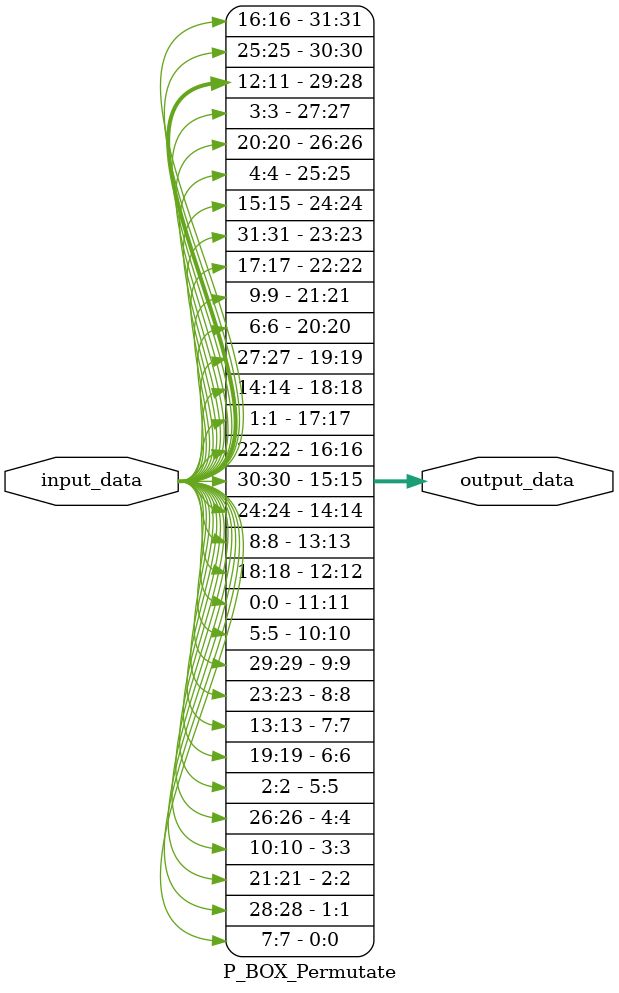
<source format=sv>
module P_BOX_Permutate(input logic[31:0] input_data, 
                        output logic[31:0] output_data);
    always_comb
    begin
        output_data [ 31 ] = input_data [ 16 ];
        output_data [ 30 ] = input_data [ 25 ];
        output_data [ 29 ] = input_data [ 12 ];
        output_data [ 28 ] = input_data [ 11 ];
        output_data [ 27 ] = input_data [ 3 ];
        output_data [ 26 ] = input_data [ 20 ];
        output_data [ 25 ] = input_data [ 4 ];
        output_data [ 24 ] = input_data [ 15 ];
        output_data [ 23 ] = input_data [ 31 ];
        output_data [ 22 ] = input_data [ 17 ];
        output_data [ 21 ] = input_data [ 9 ];
        output_data [ 20 ] = input_data [ 6 ];
        output_data [ 19 ] = input_data [ 27 ];
        output_data [ 18 ] = input_data [ 14 ];
        output_data [ 17 ] = input_data [ 1 ];
        output_data [ 16 ] = input_data [ 22 ];
        output_data [ 15 ] = input_data [ 30 ];
        output_data [ 14 ] = input_data [ 24 ];
        output_data [ 13 ] = input_data [ 8 ];
        output_data [ 12 ] = input_data [ 18 ];
        output_data [ 11 ] = input_data [ 0 ];
        output_data [ 10 ] = input_data [ 5 ];
        output_data [ 9 ] = input_data [ 29 ];
        output_data [ 8 ] = input_data [ 23 ];
        output_data [ 7 ] = input_data [ 13 ];
        output_data [ 6 ] = input_data [ 19 ];
        output_data [ 5 ] = input_data [ 2 ];
        output_data [ 4 ] = input_data [ 26 ];
        output_data [ 3 ] = input_data [ 10 ];
        output_data [ 2 ] = input_data [ 21 ];
        output_data [ 1 ] = input_data [ 28 ];
        output_data [ 0 ] = input_data [ 7 ];
    end

endmodule
</source>
